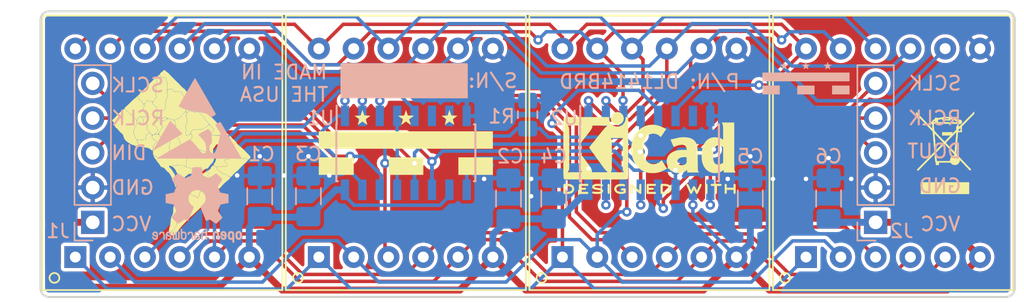
<source format=kicad_pcb>
(kicad_pcb (version 20171130) (host pcbnew 5.1.9+dfsg1-1~bpo10+1)
  (title_block (title "DL-1414 BOARD") (date 2020-07-25) (rev 0))
  (layers (0 F.Cu signal) (31 B.Cu signal) (34 B.Paste user) (35 F.Paste user) (36 B.SilkS user) (37 F.SilkS user) (38 B.Mask user) (39 F.Mask user) (44 Edge.Cuts user))
  (net 0 "")
  (net 1 GND)
  (net 2 +5V)
  (net 3 /DIN)
  (net 4 /SRCLK)
  (net 5 /RCLK)
  (net 6 /nOE)
  (net 7 /DOUT)
  (net 8 /nWR1)
  (net 9 /nWR2)
  (net 10 /nWR3)
  (net 11 /A0)
  (net 12 /A1)
  (net 13 /SER)
  (net 14 /nWR0)
  (net 15 /D0)
  (net 16 /D6)
  (net 17 /D5)
  (net 18 /D4)
  (net 19 /D3)
  (net 20 /D2)
  (net 21 /D1)
  (module Symbol:WEEE-Logo_4.2x6mm_SilkScreen (layer F.Cu) (at 173.99 105.41)
    (fp_text reference REF** hide)
    (fp_text value WEEE-Logo_4.2x6mm_SilkScreen hide)
  )
  (module Symbol:KiCad-Logo2_5mm_SilkScreen (layer F.Cu) (at 152.4 105.41)
    (fp_text reference REF** hide)
    (fp_text value KiCad-Logo2_5mm_SilkScreen hide)
  )
  (module User_PCB_Libraries:DCelectronics_logo2 (layer F.Cu) (at 134.62 105.41)
    (fp_text reference G*** hide)
    (fp_text value LOGO hide)
  )
  (module User_PCB_Libraries:DC_Diamond_small (layer F.Cu) (at 118.11 105.41)
    (fp_text reference G*** hide)
    (fp_text value LOGO hide)
  )
  (module User_PCB_Libraries:DL1414 (layer F.Cu) (at 128.27 113.03 90)
    (fp_text reference U4 hide)
    (fp_text value DL1414 hide)
    (pad 1 thru_hole rect (at 0 0 90) (size 1.6 1.6) (drill 0.8) (layers *.Cu *.Mask) (net 17 /D5))
    (pad 2 thru_hole circle (at 0 2.54 90) (size 1.6 1.6) (drill 0.8) (layers *.Cu *.Mask) (net 18 /D4))
    (pad 3 thru_hole circle (at 0 5.08 90) (size 1.6 1.6) (drill 0.8) (layers *.Cu *.Mask) (net 9 /nWR2))
    (pad 4 thru_hole circle (at 0 7.62 90) (size 1.6 1.6) (drill 0.8) (layers *.Cu *.Mask) (net 12 /A1))
    (pad 5 thru_hole circle (at 0 10.16 90) (size 1.6 1.6) (drill 0.8) (layers *.Cu *.Mask) (net 11 /A0))
    (pad 6 thru_hole circle (at 0 12.7 90) (size 1.6 1.6) (drill 0.8) (layers *.Cu *.Mask) (net 2 +5V))
    (pad 7 thru_hole circle (at 15.24 12.7 90) (size 1.6 1.6) (drill 0.8) (layers *.Cu *.Mask) (net 1 GND))
    (pad 8 thru_hole circle (at 15.24 10.16 90) (size 1.6 1.6) (drill 0.8) (layers *.Cu *.Mask) (net 15 /D0))
    (pad 9 thru_hole circle (at 15.24 7.62 90) (size 1.6 1.6) (drill 0.8) (layers *.Cu *.Mask) (net 21 /D1))
    (pad 10 thru_hole circle (at 15.24 5.08 90) (size 1.6 1.6) (drill 0.8) (layers *.Cu *.Mask) (net 20 /D2))
    (pad 11 thru_hole circle (at 15.24 2.54 90) (size 1.6 1.6) (drill 0.8) (layers *.Cu *.Mask) (net 19 /D3))
    (pad 12 thru_hole circle (at 15.24 0 90) (size 1.6 1.6) (drill 0.8) (layers *.Cu *.Mask) (net 16 /D6))
  )
  (module Capacitor_SMD:C_1206_3216Metric_Pad1.42x1.75mm_HandSolder (layer B.Cu) (at 123.952 108.585 90)
    (fp_text reference C1 (at 3.0845 0.127) (layer B.SilkS) (effects (justify mirror)))
    (fp_text value C)
    (pad 2 smd roundrect (at 1.4875 0 90) (size 1.425 1.75) (layers B.Cu B.Paste B.Mask) (roundrect_rratio 0.175439) (net 1 GND))
    (pad 1 smd roundrect (at -1.4875 0 90) (size 1.425 1.75) (layers B.Cu B.Paste B.Mask) (roundrect_rratio 0.175439) (net 2 +5V))
  )
  (module Capacitor_SMD:C_1206_3216Metric_Pad1.42x1.75mm_HandSolder (layer B.Cu) (at 127.508 108.585 90)
    (fp_text reference C3 (at 3.0845 0 180) (layer B.SilkS) (effects (justify mirror)))
    (fp_text value C)
    (pad 1 smd roundrect (at -1.4875 0 90) (size 1.425 1.75) (layers B.Cu B.Paste B.Mask) (roundrect_rratio 0.175439) (net 2 +5V))
    (pad 2 smd roundrect (at 1.4875 0 90) (size 1.425 1.75) (layers B.Cu B.Paste B.Mask) (roundrect_rratio 0.175439) (net 1 GND))
  )
  (module Capacitor_SMD:C_1206_3216Metric_Pad1.42x1.75mm_HandSolder (layer B.Cu) (at 142.113 108.7485 90)
    (fp_text reference C2 (at 3.0845 0.127 180) (layer B.SilkS) (effects (justify mirror)))
    (fp_text value C)
    (pad 1 smd roundrect (at -1.4875 0 90) (size 1.425 1.75) (layers B.Cu B.Paste B.Mask) (roundrect_rratio 0.175439) (net 2 +5V))
    (pad 2 smd roundrect (at 1.4875 0 90) (size 1.425 1.75) (layers B.Cu B.Paste B.Mask) (roundrect_rratio 0.175439) (net 1 GND))
  )
  (module Capacitor_SMD:C_1206_3216Metric_Pad1.42x1.75mm_HandSolder (layer B.Cu) (at 145.415 108.7485 90)
    (fp_text reference C4 (at 3.0845 0 180) (layer B.SilkS) (effects (justify mirror)))
    (fp_text value C)
    (pad 2 smd roundrect (at 1.4875 0 90) (size 1.425 1.75) (layers B.Cu B.Paste B.Mask) (roundrect_rratio 0.175439) (net 1 GND))
    (pad 1 smd roundrect (at -1.4875 0 90) (size 1.425 1.75) (layers B.Cu B.Paste B.Mask) (roundrect_rratio 0.175439) (net 2 +5V))
  )
  (module Capacitor_SMD:C_1206_3216Metric_Pad1.42x1.75mm_HandSolder (layer B.Cu) (at 159.766 108.7485 90)
    (fp_text reference C5 (at 3.0845 0 180) (layer B.SilkS) (effects (justify mirror)))
    (fp_text value C)
    (pad 1 smd roundrect (at -1.4875 0 90) (size 1.425 1.75) (layers B.Cu B.Paste B.Mask) (roundrect_rratio 0.175439) (net 2 +5V))
    (pad 2 smd roundrect (at 1.4875 0 90) (size 1.425 1.75) (layers B.Cu B.Paste B.Mask) (roundrect_rratio 0.175439) (net 1 GND))
  )
  (module Capacitor_SMD:C_1206_3216Metric_Pad1.42x1.75mm_HandSolder (layer B.Cu) (at 165.481 108.7485 90)
    (fp_text reference C6 (at 3.0845 0 180) (layer B.SilkS) (effects (justify mirror)))
    (fp_text value C)
    (pad 2 smd roundrect (at 1.4875 0 90) (size 1.425 1.75) (layers B.Cu B.Paste B.Mask) (roundrect_rratio 0.175439) (net 1 GND))
    (pad 1 smd roundrect (at -1.4875 0 90) (size 1.425 1.75) (layers B.Cu B.Paste B.Mask) (roundrect_rratio 0.175439) (net 2 +5V))
  )
  (module Resistor_SMD:R_0805_2012Metric_Pad1.15x1.40mm_HandSolder (layer B.Cu) (at 143.51 102.616 90)
    (fp_text reference R1 (at -0.127 -1.905) (layer B.SilkS) (effects (justify mirror)))
    (fp_text value R)
    (pad 2 smd roundrect (at 1.025 0 90) (size 1.15 1.4) (layers B.Cu B.Paste B.Mask) (roundrect_rratio 0.217391) (net 1 GND))
    (pad 1 smd roundrect (at -1.025 0 90) (size 1.15 1.4) (layers B.Cu B.Paste B.Mask) (roundrect_rratio 0.217391) (net 6 /nOE))
  )
  (module Package_SO:SOIC-16_3.9x9.9mm_P1.27mm (layer B.Cu) (at 134.62 105.41 270)
    (fp_text reference U1 (at -2.54 6.223) (layer B.SilkS) (effects (justify mirror)))
    (fp_text value 74HC595)
    (pad 1 smd rect (at -2.7 4.445 270) (size 1.5 0.6) (layers B.Cu B.Paste B.Mask) (net 12 /A1))
    (pad 2 smd rect (at -2.7 3.175 270) (size 1.5 0.6) (layers B.Cu B.Paste B.Mask) (net 14 /nWR0))
    (pad 3 smd rect (at -2.7 1.905 270) (size 1.5 0.6) (layers B.Cu B.Paste B.Mask) (net 8 /nWR1))
    (pad 4 smd rect (at -2.7 0.635 270) (size 1.5 0.6) (layers B.Cu B.Paste B.Mask) (net 9 /nWR2))
    (pad 5 smd rect (at -2.7 -0.635 270) (size 1.5 0.6) (layers B.Cu B.Paste B.Mask) (net 10 /nWR3))
    (pad 6 smd rect (at -2.7 -1.905 270) (size 1.5 0.6) (layers B.Cu B.Paste B.Mask))
    (pad 7 smd rect (at -2.7 -3.175 270) (size 1.5 0.6) (layers B.Cu B.Paste B.Mask))
    (pad 8 smd rect (at -2.7 -4.445 270) (size 1.5 0.6) (layers B.Cu B.Paste B.Mask) (net 1 GND))
    (pad 9 smd rect (at 2.7 -4.445 270) (size 1.5 0.6) (layers B.Cu B.Paste B.Mask) (net 13 /SER))
    (pad 10 smd rect (at 2.7 -3.175 270) (size 1.5 0.6) (layers B.Cu B.Paste B.Mask) (net 2 +5V))
    (pad 11 smd rect (at 2.7 -1.905 270) (size 1.5 0.6) (layers B.Cu B.Paste B.Mask) (net 4 /SRCLK))
    (pad 12 smd rect (at 2.7 -0.635 270) (size 1.5 0.6) (layers B.Cu B.Paste B.Mask) (net 5 /RCLK))
    (pad 13 smd rect (at 2.7 0.635 270) (size 1.5 0.6) (layers B.Cu B.Paste B.Mask) (net 6 /nOE))
    (pad 14 smd rect (at 2.7 1.905 270) (size 1.5 0.6) (layers B.Cu B.Paste B.Mask) (net 3 /DIN))
    (pad 15 smd rect (at 2.7 3.175 270) (size 1.5 0.6) (layers B.Cu B.Paste B.Mask) (net 11 /A0))
    (pad 16 smd rect (at 2.7 4.445 270) (size 1.5 0.6) (layers B.Cu B.Paste B.Mask) (net 2 +5V))
  )
  (module Package_SO:SOIC-16_3.9x9.9mm_P1.27mm (layer B.Cu) (at 152.4 105.41 270)
    (fp_text reference U2 (at -2.54 6.223) (layer B.SilkS) (effects (justify mirror)))
    (fp_text value 74HC595)
    (pad 16 smd rect (at 2.7 4.445 270) (size 1.5 0.6) (layers B.Cu B.Paste B.Mask) (net 2 +5V))
    (pad 15 smd rect (at 2.7 3.175 270) (size 1.5 0.6) (layers B.Cu B.Paste B.Mask) (net 15 /D0))
    (pad 14 smd rect (at 2.7 1.905 270) (size 1.5 0.6) (layers B.Cu B.Paste B.Mask) (net 13 /SER))
    (pad 13 smd rect (at 2.7 0.635 270) (size 1.5 0.6) (layers B.Cu B.Paste B.Mask) (net 6 /nOE))
    (pad 12 smd rect (at 2.7 -0.635 270) (size 1.5 0.6) (layers B.Cu B.Paste B.Mask) (net 5 /RCLK))
    (pad 11 smd rect (at 2.7 -1.905 270) (size 1.5 0.6) (layers B.Cu B.Paste B.Mask) (net 4 /SRCLK))
    (pad 10 smd rect (at 2.7 -3.175 270) (size 1.5 0.6) (layers B.Cu B.Paste B.Mask) (net 2 +5V))
    (pad 9 smd rect (at 2.7 -4.445 270) (size 1.5 0.6) (layers B.Cu B.Paste B.Mask) (net 7 /DOUT))
    (pad 8 smd rect (at -2.7 -4.445 270) (size 1.5 0.6) (layers B.Cu B.Paste B.Mask) (net 1 GND))
    (pad 7 smd rect (at -2.7 -3.175 270) (size 1.5 0.6) (layers B.Cu B.Paste B.Mask))
    (pad 6 smd rect (at -2.7 -1.905 270) (size 1.5 0.6) (layers B.Cu B.Paste B.Mask) (net 16 /D6))
    (pad 5 smd rect (at -2.7 -0.635 270) (size 1.5 0.6) (layers B.Cu B.Paste B.Mask) (net 17 /D5))
    (pad 4 smd rect (at -2.7 0.635 270) (size 1.5 0.6) (layers B.Cu B.Paste B.Mask) (net 18 /D4))
    (pad 3 smd rect (at -2.7 1.905 270) (size 1.5 0.6) (layers B.Cu B.Paste B.Mask) (net 19 /D3))
    (pad 2 smd rect (at -2.7 3.175 270) (size 1.5 0.6) (layers B.Cu B.Paste B.Mask) (net 20 /D2))
    (pad 1 smd rect (at -2.7 4.445 270) (size 1.5 0.6) (layers B.Cu B.Paste B.Mask) (net 21 /D1))
  )
  (module User_PCB_Libraries:DL1414 (layer F.Cu) (at 110.49 113.03 90)
    (fp_text reference U3 hide)
    (fp_text value DL1414 hide)
    (pad 12 thru_hole circle (at 15.24 0 90) (size 1.6 1.6) (drill 0.8) (layers *.Cu *.Mask) (net 16 /D6))
    (pad 11 thru_hole circle (at 15.24 2.54 90) (size 1.6 1.6) (drill 0.8) (layers *.Cu *.Mask) (net 19 /D3))
    (pad 10 thru_hole circle (at 15.24 5.08 90) (size 1.6 1.6) (drill 0.8) (layers *.Cu *.Mask) (net 20 /D2))
    (pad 9 thru_hole circle (at 15.24 7.62 90) (size 1.6 1.6) (drill 0.8) (layers *.Cu *.Mask) (net 21 /D1))
    (pad 8 thru_hole circle (at 15.24 10.16 90) (size 1.6 1.6) (drill 0.8) (layers *.Cu *.Mask) (net 15 /D0))
    (pad 7 thru_hole circle (at 15.24 12.7 90) (size 1.6 1.6) (drill 0.8) (layers *.Cu *.Mask) (net 1 GND))
    (pad 6 thru_hole circle (at 0 12.7 90) (size 1.6 1.6) (drill 0.8) (layers *.Cu *.Mask) (net 2 +5V))
    (pad 5 thru_hole circle (at 0 10.16 90) (size 1.6 1.6) (drill 0.8) (layers *.Cu *.Mask) (net 11 /A0))
    (pad 4 thru_hole circle (at 0 7.62 90) (size 1.6 1.6) (drill 0.8) (layers *.Cu *.Mask) (net 12 /A1))
    (pad 3 thru_hole circle (at 0 5.08 90) (size 1.6 1.6) (drill 0.8) (layers *.Cu *.Mask) (net 10 /nWR3))
    (pad 2 thru_hole circle (at 0 2.54 90) (size 1.6 1.6) (drill 0.8) (layers *.Cu *.Mask) (net 18 /D4))
    (pad 1 thru_hole rect (at 0 0 90) (size 1.6 1.6) (drill 0.8) (layers *.Cu *.Mask) (net 17 /D5))
  )
  (module User_PCB_Libraries:DL1414 (layer F.Cu) (at 146.05 113.03 90)
    (fp_text reference U5 hide)
    (fp_text value DL1414 hide)
    (pad 12 thru_hole circle (at 15.24 0 90) (size 1.6 1.6) (drill 0.8) (layers *.Cu *.Mask) (net 16 /D6))
    (pad 11 thru_hole circle (at 15.24 2.54 90) (size 1.6 1.6) (drill 0.8) (layers *.Cu *.Mask) (net 19 /D3))
    (pad 10 thru_hole circle (at 15.24 5.08 90) (size 1.6 1.6) (drill 0.8) (layers *.Cu *.Mask) (net 20 /D2))
    (pad 9 thru_hole circle (at 15.24 7.62 90) (size 1.6 1.6) (drill 0.8) (layers *.Cu *.Mask) (net 21 /D1))
    (pad 8 thru_hole circle (at 15.24 10.16 90) (size 1.6 1.6) (drill 0.8) (layers *.Cu *.Mask) (net 15 /D0))
    (pad 7 thru_hole circle (at 15.24 12.7 90) (size 1.6 1.6) (drill 0.8) (layers *.Cu *.Mask) (net 1 GND))
    (pad 6 thru_hole circle (at 0 12.7 90) (size 1.6 1.6) (drill 0.8) (layers *.Cu *.Mask) (net 2 +5V))
    (pad 5 thru_hole circle (at 0 10.16 90) (size 1.6 1.6) (drill 0.8) (layers *.Cu *.Mask) (net 11 /A0))
    (pad 4 thru_hole circle (at 0 7.62 90) (size 1.6 1.6) (drill 0.8) (layers *.Cu *.Mask) (net 12 /A1))
    (pad 3 thru_hole circle (at 0 5.08 90) (size 1.6 1.6) (drill 0.8) (layers *.Cu *.Mask) (net 8 /nWR1))
    (pad 2 thru_hole circle (at 0 2.54 90) (size 1.6 1.6) (drill 0.8) (layers *.Cu *.Mask) (net 18 /D4))
    (pad 1 thru_hole rect (at 0 0 90) (size 1.6 1.6) (drill 0.8) (layers *.Cu *.Mask) (net 17 /D5))
  )
  (module User_PCB_Libraries:DL1414 (layer F.Cu) (at 163.83 113.03 90)
    (fp_text reference U6 hide)
    (fp_text value DL1414 hide)
    (pad 1 thru_hole rect (at 0 0 90) (size 1.6 1.6) (drill 0.8) (layers *.Cu *.Mask) (net 17 /D5))
    (pad 2 thru_hole circle (at 0 2.54 90) (size 1.6 1.6) (drill 0.8) (layers *.Cu *.Mask) (net 18 /D4))
    (pad 3 thru_hole circle (at 0 5.08 90) (size 1.6 1.6) (drill 0.8) (layers *.Cu *.Mask) (net 14 /nWR0))
    (pad 4 thru_hole circle (at 0 7.62 90) (size 1.6 1.6) (drill 0.8) (layers *.Cu *.Mask) (net 12 /A1))
    (pad 5 thru_hole circle (at 0 10.16 90) (size 1.6 1.6) (drill 0.8) (layers *.Cu *.Mask) (net 11 /A0))
    (pad 6 thru_hole circle (at 0 12.7 90) (size 1.6 1.6) (drill 0.8) (layers *.Cu *.Mask) (net 2 +5V))
    (pad 7 thru_hole circle (at 15.24 12.7 90) (size 1.6 1.6) (drill 0.8) (layers *.Cu *.Mask) (net 1 GND))
    (pad 8 thru_hole circle (at 15.24 10.16 90) (size 1.6 1.6) (drill 0.8) (layers *.Cu *.Mask) (net 15 /D0))
    (pad 9 thru_hole circle (at 15.24 7.62 90) (size 1.6 1.6) (drill 0.8) (layers *.Cu *.Mask) (net 21 /D1))
    (pad 10 thru_hole circle (at 15.24 5.08 90) (size 1.6 1.6) (drill 0.8) (layers *.Cu *.Mask) (net 20 /D2))
    (pad 11 thru_hole circle (at 15.24 2.54 90) (size 1.6 1.6) (drill 0.8) (layers *.Cu *.Mask) (net 19 /D3))
    (pad 12 thru_hole circle (at 15.24 0 90) (size 1.6 1.6) (drill 0.8) (layers *.Cu *.Mask) (net 16 /D6))
  )
  (module Connector_PinHeader_2.54mm:PinHeader_1x05_P2.54mm_Vertical (layer B.Cu) (at 111.76 110.49)
    (fp_text reference J1 (at -2.54 0.635) (layer B.SilkS) (effects (justify mirror)))
    (fp_text value Conn_01x05_Male)
    (pad 5 thru_hole oval (at 0 -10.16) (size 1.7 1.7) (drill 1) (layers *.Cu *.Mask) (net 4 /SRCLK))
    (pad 4 thru_hole oval (at 0 -7.62) (size 1.7 1.7) (drill 1) (layers *.Cu *.Mask) (net 5 /RCLK))
    (pad 3 thru_hole oval (at 0 -5.08) (size 1.7 1.7) (drill 1) (layers *.Cu *.Mask) (net 3 /DIN))
    (pad 2 thru_hole oval (at 0 -2.54) (size 1.7 1.7) (drill 1) (layers *.Cu *.Mask) (net 1 GND))
    (pad 1 thru_hole rect (at 0 0) (size 1.7 1.7) (drill 1) (layers *.Cu *.Mask) (net 2 +5V))
  )
  (module Connector_PinHeader_2.54mm:PinHeader_1x05_P2.54mm_Vertical (layer B.Cu) (at 168.91 110.49)
    (fp_text reference J2 (at 1.905 0.635) (layer B.SilkS) (effects (justify mirror)))
    (fp_text value Conn_01x05_Male)
    (pad 1 thru_hole rect (at 0 0) (size 1.7 1.7) (drill 1) (layers *.Cu *.Mask) (net 2 +5V))
    (pad 2 thru_hole oval (at 0 -2.54) (size 1.7 1.7) (drill 1) (layers *.Cu *.Mask) (net 1 GND))
    (pad 3 thru_hole oval (at 0 -5.08) (size 1.7 1.7) (drill 1) (layers *.Cu *.Mask) (net 7 /DOUT))
    (pad 4 thru_hole oval (at 0 -7.62) (size 1.7 1.7) (drill 1) (layers *.Cu *.Mask) (net 5 /RCLK))
    (pad 5 thru_hole oval (at 0 -10.16) (size 1.7 1.7) (drill 1) (layers *.Cu *.Mask) (net 4 /SRCLK))
  )
  (module Symbol:OSHW-Logo2_7.3x6mm_SilkScreen (layer B.Cu) (at 119.38 109.22 180)
    (fp_text reference REF** hide)
    (fp_text value OSHW-Logo2_7.3x6mm_SilkScreen hide)
  )
  (module Symbol:ESD-Logo_6.6x6mm_SilkScreen (layer B.Cu) (at 119.38 102.87 180)
    (fp_text reference REF** hide)
    (fp_text value ESD-Logo_6.6x6mm_SilkScreen hide)
  )
  (module User_PCB_Libraries:DCelectronics_logo3 (layer B.Cu) (at 163.83 100.33 180)
    (fp_text reference G*** hide)
    (fp_text value LOGO hide)
  )
  (gr_arc (start 178.435 95.6945) (end 179.07 95.6945) (angle -90) (layer Edge.Cuts) (width 0.1524))
  (gr_arc (start 178.435 115.316) (end 178.435 115.951) (angle -90) (layer Edge.Cuts) (width 0.1524))
  (gr_arc (start 108.585 115.316) (end 107.95 115.316) (angle -90) (layer Edge.Cuts) (width 0.1524))
  (gr_arc (start 108.585 95.6945) (end 108.585 95.0595) (angle -90) (layer Edge.Cuts) (width 0.1524))
  (gr_text "MADE IN\nTHE USA" (at 125.73 100.33) (layer B.SilkS) (effects (font (size 1.016 1.016) (thickness 0.1524)) (justify mirror)))
  (gr_poly (pts (xy 139.065 101.346) (xy 129.921 101.346) (xy 129.921 98.933) (xy 139.065 98.933)) (layer B.SilkS) (width 0.15))
  (gr_text S/N: (at 140.97 100.1395) (layer B.SilkS) (effects (font (size 1.016 1.016) (thickness 0.1524)) (justify mirror)))
  (gr_text "P/N: DL1414BRD" (at 152.4 100.203) (layer B.SilkS) (effects (font (size 1.016 1.016) (thickness 0.1524)) (justify mirror)))
  (gr_text RCLK (at 175.26 102.87) (layer B.SilkS) (effects (font (size 1.016 1.016) (thickness 0.1524)) (justify left mirror)))
  (gr_text SCLK (at 175.26 100.33) (layer B.SilkS) (effects (font (size 1.016 1.016) (thickness 0.1524)) (justify left mirror)))
  (gr_text GND (at 175.26 107.823) (layer B.SilkS) (effects (font (size 1.016 1.016) (thickness 0.1524)) (justify left mirror)))
  (gr_text DOUT (at 175.26 105.283) (layer B.SilkS) (effects (font (size 1.016 1.016) (thickness 0.1524)) (justify left mirror)))
  (gr_text VCC (at 172.085 110.617) (layer B.SilkS) (effects (font (size 1.016 1.016) (thickness 0.1524)) (justify right mirror)))
  (gr_text DIN (at 113.03 105.41) (layer B.SilkS) (effects (font (size 1.016 1.016) (thickness 0.1524)) (justify right mirror)))
  (gr_text SCLK (at 113.03 100.457) (layer B.SilkS) (effects (font (size 1.016 1.016) (thickness 0.1524)) (justify right mirror)))
  (gr_text RCLK (at 113.03 102.87) (layer B.SilkS) (effects (font (size 1.016 1.016) (thickness 0.1524)) (justify right mirror)))
  (gr_text GND (at 113.03 107.95) (layer B.SilkS) (effects (font (size 1.016 1.016) (thickness 0.1524)) (justify right mirror)))
  (gr_text VCC (at 113.03 110.617) (layer B.SilkS) (effects (font (size 1.016 1.016) (thickness 0.1524)) (justify right mirror)))
  (gr_line (start 178.435 95.0595) (end 108.585 95.0595) (layer Edge.Cuts) (width 0.1524))
  (gr_line (start 179.07 115.316) (end 179.07 95.6945) (layer Edge.Cuts) (width 0.1524))
  (gr_line (start 108.585 115.951) (end 178.435 115.951) (layer Edge.Cuts) (width 0.1524))
  (gr_line (start 107.95 95.6945) (end 107.95 115.316) (layer Edge.Cuts) (width 0.1524))
  (via (at 143.764 107.315) (size 0.6858) (drill 0.3302) (layers F.Cu B.Cu) (net 1))
  (via (at 125.73 107.061) (size 0.6858) (drill 0.3302) (layers F.Cu B.Cu) (net 1))
  (via (at 140.335 107.315) (size 0.6858) (drill 0.3302) (layers F.Cu B.Cu) (net 1))
  (via (at 159.766 105.664) (size 0.6858) (drill 0.3302) (layers F.Cu B.Cu) (net 1))
  (via (at 161.417 107.315) (size 0.6858) (drill 0.3302) (layers F.Cu B.Cu) (net 1))
  (via (at 163.83 107.315) (size 0.6858) (drill 0.3302) (layers F.Cu B.Cu) (net 1))
  (via (at 165.481 105.791) (size 0.6858) (drill 0.3302) (layers F.Cu B.Cu) (net 1))
  (via (at 167.132 107.315) (size 0.6858) (drill 0.3302) (layers F.Cu B.Cu) (net 1))
  (via (at 158.115 107.315) (size 0.6858) (drill 0.3302) (layers F.Cu B.Cu) (net 1))
  (via (at 129.032 107.061) (size 0.6858) (drill 0.3302) (layers F.Cu B.Cu) (net 1))
  (via (at 123.952 105.664) (size 0.6858) (drill 0.3302) (layers F.Cu B.Cu) (net 1))
  (via (at 127.508 105.664) (size 0.6858) (drill 0.3302) (layers F.Cu B.Cu) (net 1))
  (via (at 122.301 107.061) (size 0.6858) (drill 0.3302) (layers F.Cu B.Cu) (net 1))
  (via (at 143.764 108.585) (size 0.6858) (drill 0.3302) (layers F.Cu B.Cu) (net 1))
  (via (at 147.955 106.553) (size 0.6858) (drill 0.3302) (layers F.Cu B.Cu) (net 1))
  (segment (start 140.97 111.379) (end 142.113 110.236) (width 0.508) (layer B.Cu) (net 2))
  (segment (start 140.97 113.03) (end 140.97 111.379) (width 0.508) (layer B.Cu) (net 2))
  (segment (start 142.113 110.236) (end 145.415 110.236) (width 0.508) (layer B.Cu) (net 2))
  (segment (start 145.829 110.236) (end 147.955 108.11) (width 0.508) (layer B.Cu) (net 2))
  (segment (start 145.415 110.236) (end 145.829 110.236) (width 0.508) (layer B.Cu) (net 2))
  (segment (start 138.557 115.443) (end 140.97 113.03) (width 0.508) (layer F.Cu) (net 2))
  (segment (start 123.19 113.03) (end 125.603 115.443) (width 0.508) (layer F.Cu) (net 2))
  (segment (start 125.603 115.443) (end 138.557 115.443) (width 0.508) (layer F.Cu) (net 2))
  (segment (start 143.383 115.443) (end 156.337 115.443) (width 0.508) (layer F.Cu) (net 2))
  (segment (start 140.97 113.03) (end 143.383 115.443) (width 0.508) (layer F.Cu) (net 2))
  (segment (start 156.337 115.443) (end 158.75 113.03) (width 0.508) (layer F.Cu) (net 2))
  (segment (start 174.117 115.443) (end 176.53 113.03) (width 0.508) (layer F.Cu) (net 2))
  (segment (start 161.163 115.443) (end 174.117 115.443) (width 0.508) (layer F.Cu) (net 2))
  (segment (start 158.75 113.03) (end 161.163 115.443) (width 0.508) (layer F.Cu) (net 2))
  (segment (start 155.575 108.077) (end 155.575 109.22) (width 0.254) (layer B.Cu) (net 2))
  (via (at 155.575 109.22) (size 0.6858) (drill 0.3302) (layers F.Cu B.Cu) (net 2))
  (segment (start 155.575 109.855) (end 158.75 113.03) (width 0.254) (layer B.Cu) (net 2))
  (segment (start 155.575 109.22) (end 155.575 109.855) (width 0.254) (layer B.Cu) (net 2))
  (segment (start 137.795 108.56) (end 137.795 108.11) (width 0.254) (layer B.Cu) (net 2))
  (segment (start 137.113999 109.241001) (end 137.795 108.56) (width 0.254) (layer B.Cu) (net 2))
  (segment (start 130.175 108.575802) (end 130.840199 109.241001) (width 0.254) (layer B.Cu) (net 2))
  (segment (start 130.840199 109.241001) (end 137.113999 109.241001) (width 0.254) (layer B.Cu) (net 2))
  (segment (start 130.175 108.11) (end 130.175 108.575802) (width 0.254) (layer B.Cu) (net 2))
  (segment (start 123.19 110.871) (end 123.19 113.03) (width 0.508) (layer B.Cu) (net 2))
  (segment (start 123.952 110.109) (end 123.19 110.871) (width 0.508) (layer B.Cu) (net 2))
  (segment (start 127.508 110.109) (end 123.952 110.109) (width 0.508) (layer B.Cu) (net 2))
  (segment (start 130.175 108.11) (end 129.507 108.11) (width 0.508) (layer B.Cu) (net 2))
  (segment (start 129.507 108.11) (end 127.508 110.109) (width 0.508) (layer B.Cu) (net 2))
  (segment (start 173.99 110.49) (end 168.91 110.49) (width 0.508) (layer F.Cu) (net 2))
  (segment (start 176.53 113.03) (end 173.99 110.49) (width 0.508) (layer F.Cu) (net 2))
  (segment (start 120.98021 115.23979) (end 123.19 113.03) (width 0.508) (layer F.Cu) (net 2))
  (segment (start 108.53421 113.588612) (end 110.185388 115.23979) (width 0.508) (layer F.Cu) (net 2))
  (segment (start 108.53421 111.08779) (end 108.53421 113.588612) (width 0.508) (layer F.Cu) (net 2))
  (segment (start 111.76 110.49) (end 109.132 110.49) (width 0.508) (layer F.Cu) (net 2))
  (segment (start 110.185388 115.23979) (end 120.98021 115.23979) (width 0.508) (layer F.Cu) (net 2))
  (segment (start 109.132 110.49) (end 108.53421 111.08779) (width 0.508) (layer F.Cu) (net 2))
  (segment (start 158.75 113.03) (end 159.766 112.014) (width 0.508) (layer B.Cu) (net 2))
  (segment (start 159.766 112.014) (end 159.766 110.236) (width 0.508) (layer B.Cu) (net 2))
  (segment (start 165.735 110.49) (end 165.481 110.236) (width 0.508) (layer B.Cu) (net 2))
  (segment (start 168.91 110.49) (end 165.735 110.49) (width 0.508) (layer B.Cu) (net 2))
  (via (at 130.556 105.664) (size 0.6858) (drill 0.3302) (layers F.Cu B.Cu) (net 3))
  (segment (start 132.842 107.061) (end 131.445 105.664) (width 0.254) (layer B.Cu) (net 3))
  (segment (start 132.715 108.11) (end 132.842 107.983) (width 0.254) (layer B.Cu) (net 3))
  (segment (start 131.445 105.664) (end 130.556 105.664) (width 0.254) (layer B.Cu) (net 3))
  (segment (start 132.842 107.983) (end 132.842 107.061) (width 0.254) (layer B.Cu) (net 3))
  (segment (start 130.071067 105.664) (end 130.556 105.664) (width 0.254) (layer F.Cu) (net 3))
  (segment (start 129.373128 105.664) (end 130.071067 105.664) (width 0.254) (layer F.Cu) (net 3))
  (segment (start 127.087128 103.378) (end 129.373128 105.664) (width 0.254) (layer F.Cu) (net 3))
  (segment (start 113.792 103.378) (end 127.087128 103.378) (width 0.254) (layer F.Cu) (net 3))
  (segment (start 111.76 105.41) (end 113.792 103.378) (width 0.254) (layer F.Cu) (net 3))
  (segment (start 154.305 108.11) (end 154.305 106.680008) (width 0.254) (layer B.Cu) (net 4))
  (via (at 154.305 106.680008) (size 0.6858) (drill 0.3302) (layers F.Cu B.Cu) (net 4))
  (segment (start 151.271888 106.680008) (end 154.305 106.680008) (width 0.254) (layer B.Cu) (net 4))
  (segment (start 136.525 108.11) (end 136.525 106.045) (width 0.254) (layer B.Cu) (net 4))
  (segment (start 149.874884 105.283004) (end 151.271888 106.680008) (width 0.254) (layer B.Cu) (net 4))
  (segment (start 137.286996 105.283004) (end 149.874884 105.283004) (width 0.254) (layer B.Cu) (net 4))
  (segment (start 136.525 106.045) (end 137.286996 105.283004) (width 0.254) (layer B.Cu) (net 4))
  (via (at 136.524996 106.045) (size 0.6858) (drill 0.3302) (layers F.Cu B.Cu) (net 4))
  (segment (start 136.524996 108.076996) (end 136.524996 106.045) (width 0.254) (layer B.Cu) (net 4))
  (segment (start 136.525 108.077) (end 136.524996 108.076996) (width 0.254) (layer B.Cu) (net 4))
  (segment (start 158.623008 102.362) (end 154.305 106.680008) (width 0.254) (layer F.Cu) (net 4))
  (segment (start 166.878 102.362) (end 158.623008 102.362) (width 0.254) (layer F.Cu) (net 4))
  (segment (start 168.91 100.33) (end 166.878 102.362) (width 0.254) (layer F.Cu) (net 4))
  (segment (start 136.182097 105.702101) (end 136.524996 106.045) (width 0.254) (layer F.Cu) (net 4))
  (segment (start 111.76 100.33) (end 113.792 102.362) (width 0.254) (layer F.Cu) (net 4))
  (segment (start 113.792 102.362) (end 127.508 102.362) (width 0.254) (layer F.Cu) (net 4))
  (segment (start 129.286 104.14) (end 134.619996 104.14) (width 0.254) (layer F.Cu) (net 4))
  (segment (start 127.508 102.362) (end 129.286 104.14) (width 0.254) (layer F.Cu) (net 4))
  (segment (start 134.619996 104.14) (end 136.182097 105.702101) (width 0.254) (layer F.Cu) (net 4))
  (via (at 135.255 106.171998) (size 0.6858) (drill 0.3302) (layers F.Cu B.Cu) (net 5))
  (segment (start 135.255 108.077) (end 135.255 106.171998) (width 0.254) (layer B.Cu) (net 5))
  (via (at 157.099 105.156) (size 0.6858) (drill 0.3302) (layers F.Cu B.Cu) (net 5))
  (segment (start 153.658665 106.056335) (end 154.559 105.156) (width 0.254) (layer B.Cu) (net 5))
  (segment (start 151.366651 106.056335) (end 153.658665 106.056335) (width 0.254) (layer B.Cu) (net 5))
  (segment (start 154.559 105.156) (end 156.614067 105.156) (width 0.254) (layer B.Cu) (net 5))
  (segment (start 156.614067 105.156) (end 157.099 105.156) (width 0.254) (layer B.Cu) (net 5))
  (segment (start 135.255 105.41) (end 135.890007 104.774993) (width 0.254) (layer B.Cu) (net 5))
  (segment (start 135.890007 104.774993) (end 150.085309 104.774993) (width 0.254) (layer B.Cu) (net 5))
  (segment (start 150.085309 104.774993) (end 151.366651 106.056335) (width 0.254) (layer B.Cu) (net 5))
  (segment (start 135.255 108.11) (end 135.255 105.41) (width 0.254) (layer B.Cu) (net 5))
  (via (at 153.416012 109.474) (size 0.6858) (drill 0.3302) (layers F.Cu B.Cu) (net 5))
  (segment (start 153.416012 108.838988) (end 153.416012 108.989067) (width 0.254) (layer F.Cu) (net 5))
  (segment (start 153.416012 108.989067) (end 153.416012 109.474) (width 0.254) (layer F.Cu) (net 5))
  (segment (start 157.099 105.156) (end 153.416012 108.838988) (width 0.254) (layer F.Cu) (net 5))
  (segment (start 153.073113 109.131101) (end 153.416012 109.474) (width 0.254) (layer B.Cu) (net 5))
  (segment (start 153.035 109.092988) (end 153.073113 109.131101) (width 0.254) (layer B.Cu) (net 5))
  (segment (start 153.035 108.077) (end 153.035 109.092988) (width 0.254) (layer B.Cu) (net 5))
  (segment (start 168.91 102.87) (end 159.385 102.87) (width 0.254) (layer F.Cu) (net 5))
  (segment (start 157.441899 104.813101) (end 157.099 105.156) (width 0.254) (layer F.Cu) (net 5))
  (segment (start 159.385 102.87) (end 157.441899 104.813101) (width 0.254) (layer F.Cu) (net 5))
  (segment (start 129.075564 104.648) (end 133.731002 104.648) (width 0.254) (layer F.Cu) (net 5))
  (segment (start 134.912101 105.829099) (end 135.255 106.171998) (width 0.254) (layer F.Cu) (net 5))
  (segment (start 111.76 102.87) (end 127.297564 102.87) (width 0.254) (layer F.Cu) (net 5))
  (segment (start 133.731002 104.648) (end 134.912101 105.829099) (width 0.254) (layer F.Cu) (net 5))
  (segment (start 127.297564 102.87) (end 129.075564 104.648) (width 0.254) (layer F.Cu) (net 5))
  (segment (start 151.765 108.077) (end 151.765 109.22) (width 0.254) (layer B.Cu) (net 6))
  (via (at 151.765 109.22) (size 0.6858) (drill 0.3302) (layers F.Cu B.Cu) (net 6))
  (segment (start 151.765 108.11) (end 151.765 107.66) (width 0.254) (layer B.Cu) (net 6))
  (segment (start 151.765 105.38331) (end 151.714124 105.332434) (width 0.254) (layer F.Cu) (net 6))
  (segment (start 151.765 109.22) (end 151.765 105.38331) (width 0.254) (layer F.Cu) (net 6))
  (via (at 151.714124 105.332434) (size 0.6858) (drill 0.3302) (layers F.Cu B.Cu) (net 6))
  (segment (start 151.632058 105.332434) (end 151.714124 105.332434) (width 0.254) (layer B.Cu) (net 6))
  (segment (start 145.031372 104.264372) (end 150.563996 104.264372) (width 0.254) (layer B.Cu) (net 6))
  (segment (start 144.399 103.632) (end 145.031372 104.264372) (width 0.254) (layer B.Cu) (net 6))
  (segment (start 150.563996 104.264372) (end 151.632058 105.332434) (width 0.254) (layer B.Cu) (net 6))
  (segment (start 143.51 103.505) (end 143.637 103.632) (width 0.254) (layer B.Cu) (net 6))
  (segment (start 143.637 103.632) (end 144.399 103.632) (width 0.254) (layer B.Cu) (net 6))
  (segment (start 142.739 103.641) (end 143.51 103.641) (width 0.254) (layer B.Cu) (net 6))
  (segment (start 142.201903 104.178097) (end 142.739 103.641) (width 0.254) (layer B.Cu) (net 6))
  (segment (start 134.962903 104.178097) (end 142.201903 104.178097) (width 0.254) (layer B.Cu) (net 6))
  (segment (start 133.985 108.11) (end 133.985 105.156) (width 0.254) (layer B.Cu) (net 6))
  (segment (start 133.985 105.156) (end 134.962903 104.178097) (width 0.254) (layer B.Cu) (net 6))
  (via (at 156.845 109.22) (size 0.6858) (drill 0.3302) (layers F.Cu B.Cu) (net 7))
  (segment (start 156.845 108.11) (end 156.845 109.22) (width 0.254) (layer B.Cu) (net 7))
  (segment (start 166.878 103.378) (end 168.91 105.41) (width 0.254) (layer F.Cu) (net 7))
  (segment (start 160.02 103.378) (end 166.878 103.378) (width 0.254) (layer F.Cu) (net 7))
  (segment (start 156.845 109.22) (end 156.845 106.553) (width 0.254) (layer F.Cu) (net 7))
  (segment (start 156.845 106.553) (end 160.02 103.378) (width 0.254) (layer F.Cu) (net 7))
  (segment (start 132.715 102.743) (end 132.715 101.6) (width 0.254) (layer B.Cu) (net 8))
  (via (at 132.715 101.6) (size 0.6858) (drill 0.3302) (layers F.Cu B.Cu) (net 8))
  (segment (start 134.62 101.219) (end 133.096 101.219) (width 0.254) (layer F.Cu) (net 8))
  (segment (start 133.096 101.219) (end 132.715 101.6) (width 0.254) (layer F.Cu) (net 8))
  (segment (start 134.366 101.219) (end 134.62 101.219) (width 0.254) (layer F.Cu) (net 8))
  (segment (start 149.86 111.76) (end 151.13 113.03) (width 0.254) (layer F.Cu) (net 8))
  (segment (start 148.209 111.76) (end 149.86 111.76) (width 0.254) (layer F.Cu) (net 8))
  (segment (start 146.558 110.109) (end 148.209 111.76) (width 0.254) (layer F.Cu) (net 8))
  (segment (start 146.558 103.378) (end 144.399 101.219) (width 0.254) (layer F.Cu) (net 8))
  (segment (start 144.399 101.219) (end 143.764 101.219) (width 0.254) (layer F.Cu) (net 8))
  (segment (start 134.62 101.219) (end 143.764 101.219) (width 0.254) (layer F.Cu) (net 8))
  (segment (start 146.558 103.378) (end 146.558 110.109) (width 0.254) (layer F.Cu) (net 8))
  (via (at 133.096 106.172) (size 0.6858) (drill 0.3302) (layers F.Cu B.Cu) (net 9))
  (segment (start 133.096 112.776) (end 133.35 113.03) (width 0.254) (layer F.Cu) (net 9))
  (segment (start 133.096 106.172) (end 133.096 112.776) (width 0.254) (layer F.Cu) (net 9))
  (segment (start 133.096 104.902) (end 133.096 106.172) (width 0.254) (layer B.Cu) (net 9))
  (segment (start 133.985 102.71) (end 133.985 104.013) (width 0.254) (layer B.Cu) (net 9))
  (segment (start 133.985 104.013) (end 133.096 104.902) (width 0.254) (layer B.Cu) (net 9))
  (segment (start 135.255 102.71) (end 135.255 103.16) (width 0.254) (layer B.Cu) (net 10))
  (segment (start 133.871099 100.876099) (end 135.255 102.26) (width 0.254) (layer B.Cu) (net 10))
  (segment (start 135.255 102.26) (end 135.255 102.71) (width 0.254) (layer B.Cu) (net 10))
  (segment (start 115.57 113.03) (end 119.634 108.966) (width 0.254) (layer B.Cu) (net 10))
  (segment (start 119.634 106.342566) (end 122.471566 103.505) (width 0.254) (layer B.Cu) (net 10))
  (segment (start 119.634 108.966) (end 119.634 106.342566) (width 0.254) (layer B.Cu) (net 10))
  (segment (start 122.471566 103.505) (end 127.127 103.505) (width 0.254) (layer B.Cu) (net 10))
  (segment (start 127.127 103.505) (end 129.755901 100.876099) (width 0.254) (layer B.Cu) (net 10))
  (segment (start 129.755901 100.876099) (end 133.871099 100.876099) (width 0.254) (layer B.Cu) (net 10))
  (segment (start 131.445 108.11) (end 131.445 108.56) (width 0.254) (layer B.Cu) (net 11))
  (segment (start 144.495871 114.807989) (end 154.432011 114.807989) (width 0.254) (layer F.Cu) (net 11))
  (segment (start 138.43 113.03) (end 139.7 111.76) (width 0.254) (layer F.Cu) (net 11))
  (segment (start 139.7 111.76) (end 141.447882 111.76) (width 0.254) (layer F.Cu) (net 11))
  (segment (start 141.447882 111.76) (end 144.495871 114.807989) (width 0.254) (layer F.Cu) (net 11))
  (segment (start 154.432011 114.807989) (end 156.21 113.03) (width 0.254) (layer F.Cu) (net 11))
  (segment (start 162.432989 114.807989) (end 172.212011 114.807989) (width 0.254) (layer F.Cu) (net 11))
  (segment (start 172.212011 114.807989) (end 173.99 113.03) (width 0.254) (layer F.Cu) (net 11))
  (segment (start 159.473999 111.848999) (end 162.432989 114.807989) (width 0.254) (layer F.Cu) (net 11))
  (segment (start 156.21 113.03) (end 157.391001 111.848999) (width 0.254) (layer F.Cu) (net 11))
  (segment (start 157.391001 111.848999) (end 159.473999 111.848999) (width 0.254) (layer F.Cu) (net 11))
  (segment (start 120.65 113.03) (end 121.831001 111.848999) (width 0.254) (layer F.Cu) (net 11))
  (segment (start 123.913999 111.848999) (end 126.873 114.808) (width 0.254) (layer F.Cu) (net 11))
  (segment (start 121.831001 111.848999) (end 123.913999 111.848999) (width 0.254) (layer F.Cu) (net 11))
  (segment (start 126.873 114.808) (end 136.652 114.808) (width 0.254) (layer F.Cu) (net 11))
  (segment (start 136.652 114.808) (end 138.43 113.03) (width 0.254) (layer F.Cu) (net 11))
  (segment (start 120.65 106.763438) (end 122.892418 104.52102) (width 0.254) (layer B.Cu) (net 11))
  (segment (start 131.445 107.66) (end 131.445 108.11) (width 0.254) (layer B.Cu) (net 11))
  (segment (start 120.65 113.03) (end 120.65 106.763438) (width 0.254) (layer B.Cu) (net 11))
  (segment (start 122.892418 104.52102) (end 128.30602 104.52102) (width 0.254) (layer B.Cu) (net 11))
  (segment (start 128.30602 104.52102) (end 131.445 107.66) (width 0.254) (layer B.Cu) (net 11))
  (via (at 130.175006 101.6) (size 0.6858) (drill 0.3302) (layers F.Cu B.Cu) (net 12))
  (segment (start 130.175 102.71) (end 130.175 101.600006) (width 0.254) (layer B.Cu) (net 12))
  (segment (start 130.175 101.600006) (end 130.175006 101.6) (width 0.254) (layer B.Cu) (net 12))
  (segment (start 152.400022 114.299978) (end 153.67 113.03) (width 0.254) (layer F.Cu) (net 12))
  (segment (start 135.89 113.03) (end 137.668 111.252) (width 0.254) (layer F.Cu) (net 12))
  (segment (start 145.034176 114.299978) (end 152.400022 114.299978) (width 0.254) (layer F.Cu) (net 12))
  (segment (start 141.986198 111.252) (end 145.034176 114.299978) (width 0.254) (layer F.Cu) (net 12))
  (segment (start 137.668 111.252) (end 141.986198 111.252) (width 0.254) (layer F.Cu) (net 12))
  (segment (start 155.359012 111.340988) (end 153.67 113.03) (width 0.254) (layer F.Cu) (net 12))
  (segment (start 159.684424 111.340988) (end 155.359012 111.340988) (width 0.254) (layer F.Cu) (net 12))
  (segment (start 162.643414 114.299978) (end 159.684424 111.340988) (width 0.254) (layer F.Cu) (net 12))
  (segment (start 171.45 113.03) (end 170.180022 114.299978) (width 0.254) (layer F.Cu) (net 12))
  (segment (start 170.180022 114.299978) (end 162.643414 114.299978) (width 0.254) (layer F.Cu) (net 12))
  (segment (start 134.620011 114.299989) (end 135.89 113.03) (width 0.254) (layer F.Cu) (net 12))
  (segment (start 127.083425 114.299989) (end 134.620011 114.299989) (width 0.254) (layer F.Cu) (net 12))
  (segment (start 124.124425 111.340989) (end 127.083425 114.299989) (width 0.254) (layer F.Cu) (net 12))
  (segment (start 118.11 113.03) (end 119.799011 111.340989) (width 0.254) (layer F.Cu) (net 12))
  (segment (start 119.799011 111.340989) (end 124.124425 111.340989) (width 0.254) (layer F.Cu) (net 12))
  (segment (start 129.621 102.71) (end 130.175 102.71) (width 0.254) (layer B.Cu) (net 12))
  (segment (start 120.142 106.553002) (end 122.681991 104.013011) (width 0.254) (layer B.Cu) (net 12))
  (segment (start 122.681991 104.013011) (end 128.317989 104.013011) (width 0.254) (layer B.Cu) (net 12))
  (segment (start 120.142 110.998) (end 120.142 106.553002) (width 0.254) (layer B.Cu) (net 12))
  (segment (start 118.11 113.03) (end 120.142 110.998) (width 0.254) (layer B.Cu) (net 12))
  (segment (start 128.317989 104.013011) (end 129.621 102.71) (width 0.254) (layer B.Cu) (net 12))
  (segment (start 149.606011 105.791011) (end 150.495 106.68) (width 0.254) (layer B.Cu) (net 13))
  (segment (start 139.699989 105.791011) (end 149.606011 105.791011) (width 0.254) (layer B.Cu) (net 13))
  (segment (start 150.495 106.68) (end 150.495 108.11) (width 0.254) (layer B.Cu) (net 13))
  (segment (start 139.065 108.11) (end 139.065 106.426) (width 0.254) (layer B.Cu) (net 13))
  (segment (start 139.065 106.426) (end 139.699989 105.791011) (width 0.254) (layer B.Cu) (net 13))
  (via (at 131.445 101.6) (size 0.6858) (drill 0.3302) (layers F.Cu B.Cu) (net 14))
  (segment (start 131.445 102.743) (end 131.445 101.6) (width 0.254) (layer B.Cu) (net 14))
  (segment (start 166.712977 110.832977) (end 168.91 113.03) (width 0.254) (layer F.Cu) (net 14))
  (segment (start 154.978003 110.832977) (end 166.712977 110.832977) (width 0.254) (layer F.Cu) (net 14))
  (segment (start 150.11399 111.25199) (end 150.622 111.76) (width 0.254) (layer F.Cu) (net 14))
  (segment (start 150.622 111.76) (end 154.05098 111.76) (width 0.254) (layer F.Cu) (net 14))
  (segment (start 148.58999 111.25199) (end 150.11399 111.25199) (width 0.254) (layer F.Cu) (net 14))
  (segment (start 147.066 109.728) (end 148.58999 111.25199) (width 0.254) (layer F.Cu) (net 14))
  (segment (start 131.445 101.6) (end 132.33401 100.71099) (width 0.254) (layer F.Cu) (net 14))
  (segment (start 144.609424 100.71099) (end 147.066009 103.167575) (width 0.254) (layer F.Cu) (net 14))
  (segment (start 132.33401 100.71099) (end 144.609424 100.71099) (width 0.254) (layer F.Cu) (net 14))
  (segment (start 147.066009 104.012991) (end 147.066 104.013) (width 0.254) (layer F.Cu) (net 14))
  (segment (start 154.05098 111.76) (end 154.978003 110.832977) (width 0.254) (layer F.Cu) (net 14))
  (segment (start 147.066009 103.167575) (end 147.066009 104.012991) (width 0.254) (layer F.Cu) (net 14))
  (segment (start 147.066 104.013) (end 147.066 109.728) (width 0.254) (layer F.Cu) (net 14))
  (segment (start 149.225 108.077) (end 149.225 109.22) (width 0.254) (layer B.Cu) (net 15))
  (via (at 149.225 109.22) (size 0.6858) (drill 0.3302) (layers F.Cu B.Cu) (net 15))
  (segment (start 155.410001 99.264871) (end 155.410001 98.589999) (width 0.254) (layer F.Cu) (net 15))
  (segment (start 149.225 105.449872) (end 155.410001 99.264871) (width 0.254) (layer F.Cu) (net 15))
  (segment (start 149.225 109.22) (end 149.225 105.449872) (width 0.254) (layer F.Cu) (net 15))
  (segment (start 155.410001 98.589999) (end 156.21 97.79) (width 0.254) (layer F.Cu) (net 15))
  (segment (start 127.165011 99.479011) (end 136.740989 99.479011) (width 0.254) (layer B.Cu) (net 15))
  (segment (start 136.740989 99.479011) (end 138.43 97.79) (width 0.254) (layer B.Cu) (net 15))
  (segment (start 120.65 97.79) (end 121.831001 96.608999) (width 0.254) (layer B.Cu) (net 15))
  (segment (start 124.294999 96.608999) (end 127.165011 99.479011) (width 0.254) (layer B.Cu) (net 15))
  (segment (start 121.831001 96.608999) (end 124.294999 96.608999) (width 0.254) (layer B.Cu) (net 15))
  (segment (start 154.432 99.568) (end 156.21 97.79) (width 0.254) (layer B.Cu) (net 15))
  (segment (start 144.495882 99.568) (end 154.432 99.568) (width 0.254) (layer B.Cu) (net 15))
  (segment (start 141.536881 96.608999) (end 144.495882 99.568) (width 0.254) (layer B.Cu) (net 15))
  (segment (start 139.611001 96.608999) (end 141.536881 96.608999) (width 0.254) (layer B.Cu) (net 15))
  (segment (start 138.43 97.79) (end 139.611001 96.608999) (width 0.254) (layer B.Cu) (net 15))
  (segment (start 170.18 101.6) (end 173.190001 98.589999) (width 0.254) (layer B.Cu) (net 15))
  (segment (start 173.190001 98.589999) (end 173.99 97.79) (width 0.254) (layer B.Cu) (net 15))
  (segment (start 164.635566 101.6) (end 170.18 101.6) (width 0.254) (layer B.Cu) (net 15))
  (segment (start 159.504797 96.469231) (end 164.635566 101.6) (width 0.254) (layer B.Cu) (net 15))
  (segment (start 156.21 97.79) (end 157.530769 96.469231) (width 0.254) (layer B.Cu) (net 15))
  (segment (start 157.530769 96.469231) (end 159.504797 96.469231) (width 0.254) (layer B.Cu) (net 15))
  (segment (start 126.492 96.012) (end 128.27 97.79) (width 0.254) (layer F.Cu) (net 16))
  (segment (start 110.49 97.79) (end 112.268 96.012) (width 0.254) (layer F.Cu) (net 16))
  (segment (start 112.268 96.012) (end 126.492 96.012) (width 0.254) (layer F.Cu) (net 16))
  (segment (start 147.828 96.012) (end 162.052 96.012) (width 0.254) (layer F.Cu) (net 16))
  (segment (start 146.05 97.79) (end 147.828 96.012) (width 0.254) (layer F.Cu) (net 16))
  (segment (start 162.052 96.012) (end 163.83 97.79) (width 0.254) (layer F.Cu) (net 16))
  (segment (start 130.048 96.012) (end 128.27 97.79) (width 0.254) (layer F.Cu) (net 16))
  (segment (start 145.104245 96.012) (end 130.048 96.012) (width 0.254) (layer F.Cu) (net 16))
  (segment (start 146.05 97.79) (end 146.05 96.957755) (width 0.254) (layer F.Cu) (net 16))
  (segment (start 146.05 96.957755) (end 145.104245 96.012) (width 0.254) (layer F.Cu) (net 16))
  (segment (start 163.83 97.79) (end 161.163 100.457) (width 0.254) (layer F.Cu) (net 16))
  (segment (start 154.305 102.71) (end 154.305 102.26) (width 0.254) (layer B.Cu) (net 16))
  (segment (start 159.916067 100.457) (end 160.401 100.457) (width 0.254) (layer B.Cu) (net 16))
  (segment (start 154.305 102.26) (end 156.108 100.457) (width 0.254) (layer B.Cu) (net 16))
  (segment (start 156.108 100.457) (end 159.916067 100.457) (width 0.254) (layer B.Cu) (net 16))
  (via (at 160.401 100.457) (size 0.6858) (drill 0.3302) (layers F.Cu B.Cu) (net 16))
  (segment (start 161.163 100.457) (end 160.885933 100.457) (width 0.254) (layer F.Cu) (net 16))
  (segment (start 160.885933 100.457) (end 160.401 100.457) (width 0.254) (layer F.Cu) (net 16))
  (segment (start 153.035 102.743) (end 153.035 102.084933) (width 0.254) (layer B.Cu) (net 17))
  (segment (start 146.05 104.013) (end 145.288 103.251) (width 0.254) (layer F.Cu) (net 17))
  (via (at 145.288 103.251) (size 0.6858) (drill 0.3302) (layers F.Cu B.Cu) (net 17))
  (segment (start 146.05 113.03) (end 146.05 104.013) (width 0.254) (layer F.Cu) (net 17))
  (segment (start 143.71321 115.36679) (end 146.05 113.03) (width 0.254) (layer B.Cu) (net 17))
  (segment (start 128.27 113.03) (end 130.60679 115.36679) (width 0.254) (layer B.Cu) (net 17))
  (segment (start 130.60679 115.36679) (end 143.71321 115.36679) (width 0.254) (layer B.Cu) (net 17))
  (segment (start 125.93321 115.36679) (end 128.27 113.03) (width 0.254) (layer B.Cu) (net 17))
  (segment (start 110.49 113.03) (end 112.82679 115.36679) (width 0.254) (layer B.Cu) (net 17))
  (segment (start 112.82679 115.36679) (end 125.93321 115.36679) (width 0.254) (layer B.Cu) (net 17))
  (segment (start 161.49321 115.36679) (end 163.83 113.03) (width 0.254) (layer B.Cu) (net 17))
  (segment (start 146.05 113.03) (end 148.38679 115.36679) (width 0.254) (layer B.Cu) (net 17))
  (segment (start 148.38679 115.36679) (end 161.49321 115.36679) (width 0.254) (layer B.Cu) (net 17))
  (segment (start 147.193 100.838) (end 145.288 102.743) (width 0.254) (layer B.Cu) (net 17))
  (segment (start 151.638 100.838) (end 147.193 100.838) (width 0.254) (layer B.Cu) (net 17))
  (segment (start 145.288 102.743) (end 145.288 103.251) (width 0.254) (layer B.Cu) (net 17))
  (segment (start 153.035 102.71) (end 153.035 102.235) (width 0.254) (layer B.Cu) (net 17))
  (segment (start 153.035 102.235) (end 151.638 100.838) (width 0.254) (layer B.Cu) (net 17))
  (segment (start 151.765 102.743) (end 151.765002 102.742998) (width 0.254) (layer B.Cu) (net 18))
  (segment (start 151.765002 102.742998) (end 151.765002 102.084933) (width 0.254) (layer B.Cu) (net 18))
  (segment (start 151.765 102.677) (end 151.765 104.140006) (width 0.254) (layer B.Cu) (net 18))
  (via (at 151.765 104.140006) (size 0.6858) (drill 0.3302) (layers F.Cu B.Cu) (net 18))
  (segment (start 130.81 113.03) (end 129.617521 111.837521) (width 0.254) (layer B.Cu) (net 18))
  (segment (start 129.617521 111.837521) (end 127.508 111.837521) (width 0.254) (layer B.Cu) (net 18))
  (segment (start 127.508 111.837521) (end 127.303479 111.837521) (width 0.254) (layer B.Cu) (net 18))
  (segment (start 127.176479 111.837521) (end 127.508 111.837521) (width 0.254) (layer B.Cu) (net 18))
  (segment (start 124.155221 114.858779) (end 127.176479 111.837521) (width 0.254) (layer B.Cu) (net 18))
  (segment (start 113.03 113.03) (end 114.858779 114.858779) (width 0.254) (layer B.Cu) (net 18))
  (segment (start 114.858779 114.858779) (end 124.155221 114.858779) (width 0.254) (layer B.Cu) (net 18))
  (segment (start 159.842221 114.858779) (end 150.418779 114.858779) (width 0.254) (layer B.Cu) (net 18))
  (segment (start 162.852001 111.848999) (end 159.842221 114.858779) (width 0.254) (layer B.Cu) (net 18))
  (segment (start 150.418779 114.858779) (end 148.59 113.03) (width 0.254) (layer B.Cu) (net 18))
  (segment (start 165.188999 111.848999) (end 162.852001 111.848999) (width 0.254) (layer B.Cu) (net 18))
  (segment (start 166.37 113.03) (end 165.188999 111.848999) (width 0.254) (layer B.Cu) (net 18))
  (via (at 150.749 109.728) (size 0.6858) (drill 0.3302) (layers F.Cu B.Cu) (net 18))
  (segment (start 151.765 104.140006) (end 150.749 105.156006) (width 0.254) (layer F.Cu) (net 18))
  (segment (start 150.749 109.243067) (end 150.749 109.728) (width 0.254) (layer F.Cu) (net 18))
  (segment (start 150.749 105.156006) (end 150.749 109.243067) (width 0.254) (layer F.Cu) (net 18))
  (segment (start 150.749 109.728) (end 150.241 109.728) (width 0.254) (layer B.Cu) (net 18))
  (segment (start 148.59 111.379) (end 148.59 113.03) (width 0.254) (layer B.Cu) (net 18))
  (segment (start 150.241 109.728) (end 148.59 111.379) (width 0.254) (layer B.Cu) (net 18))
  (segment (start 147.32 111.76) (end 148.59 113.03) (width 0.254) (layer B.Cu) (net 18))
  (segment (start 145.034198 111.76) (end 147.32 111.76) (width 0.254) (layer B.Cu) (net 18))
  (segment (start 141.935419 114.858779) (end 145.034198 111.76) (width 0.254) (layer B.Cu) (net 18))
  (segment (start 130.81 113.03) (end 132.638779 114.858779) (width 0.254) (layer B.Cu) (net 18))
  (segment (start 132.638779 114.858779) (end 141.935419 114.858779) (width 0.254) (layer B.Cu) (net 18))
  (segment (start 166.37 97.79) (end 165.138101 96.558101) (width 0.254) (layer B.Cu) (net 19))
  (segment (start 162.648899 96.558101) (end 162.052 97.155) (width 0.254) (layer B.Cu) (net 19))
  (via (at 162.052 97.155) (size 0.6858) (drill 0.3302) (layers F.Cu B.Cu) (net 19))
  (segment (start 165.138101 96.558101) (end 162.648899 96.558101) (width 0.254) (layer B.Cu) (net 19))
  (segment (start 129.628999 98.971001) (end 130.81 97.79) (width 0.254) (layer F.Cu) (net 19))
  (segment (start 127.703119 98.971001) (end 129.628999 98.971001) (width 0.254) (layer F.Cu) (net 19))
  (segment (start 125.252118 96.52) (end 127.703119 98.971001) (width 0.254) (layer F.Cu) (net 19))
  (segment (start 113.03 97.79) (end 114.3 96.52) (width 0.254) (layer F.Cu) (net 19))
  (segment (start 114.3 96.52) (end 125.252118 96.52) (width 0.254) (layer F.Cu) (net 19))
  (segment (start 148.59 97.79) (end 147.358101 96.558101) (width 0.254) (layer B.Cu) (net 19))
  (segment (start 132.041899 96.558101) (end 143.675101 96.558101) (width 0.254) (layer F.Cu) (net 19))
  (segment (start 130.81 97.79) (end 132.041899 96.558101) (width 0.254) (layer F.Cu) (net 19))
  (segment (start 144.868899 96.558101) (end 144.272 97.155) (width 0.254) (layer B.Cu) (net 19))
  (via (at 144.272 97.155) (size 0.6858) (drill 0.3302) (layers F.Cu B.Cu) (net 19))
  (segment (start 143.675101 96.558101) (end 144.272 97.155) (width 0.254) (layer F.Cu) (net 19))
  (segment (start 147.358101 96.558101) (end 144.868899 96.558101) (width 0.254) (layer B.Cu) (net 19))
  (segment (start 149.859989 96.520011) (end 148.59 97.79) (width 0.254) (layer F.Cu) (net 19))
  (segment (start 159.004 96.520011) (end 161.417011 96.520011) (width 0.254) (layer F.Cu) (net 19))
  (segment (start 161.417011 96.520011) (end 162.052 97.155) (width 0.254) (layer F.Cu) (net 19))
  (segment (start 159.004 96.520011) (end 149.859989 96.520011) (width 0.254) (layer F.Cu) (net 19))
  (segment (start 159.258011 96.520011) (end 159.004 96.520011) (width 0.254) (layer F.Cu) (net 19))
  (segment (start 150.495 102.776) (end 150.406103 102.687103) (width 0.254) (layer B.Cu) (net 19))
  (segment (start 148.59 97.79) (end 150.473534 99.673534) (width 0.254) (layer F.Cu) (net 19))
  (segment (start 150.473534 102.721534) (end 150.473534 102.064386) (width 0.254) (layer B.Cu) (net 19))
  (segment (start 150.495 102.743) (end 150.473534 102.721534) (width 0.254) (layer B.Cu) (net 19))
  (segment (start 150.473534 99.673534) (end 150.473534 101.579453) (width 0.254) (layer F.Cu) (net 19))
  (segment (start 150.473534 102.064386) (end 150.473534 101.579453) (width 0.254) (layer B.Cu) (net 19))
  (via (at 150.473534 101.579453) (size 0.6858) (drill 0.3302) (layers F.Cu B.Cu) (net 19))
  (segment (start 149.225 102.743) (end 149.225 101.6) (width 0.254) (layer B.Cu) (net 20))
  (via (at 149.225 101.6) (size 0.6858) (drill 0.3302) (layers F.Cu B.Cu) (net 20))
  (segment (start 150.114 102.489) (end 149.225 101.6) (width 0.254) (layer F.Cu) (net 20))
  (segment (start 150.749 102.489) (end 150.114 102.489) (width 0.254) (layer F.Cu) (net 20))
  (segment (start 151.929999 101.308001) (end 150.749 102.489) (width 0.254) (layer F.Cu) (net 20))
  (segment (start 151.929999 98.589999) (end 151.929999 101.308001) (width 0.254) (layer F.Cu) (net 20))
  (segment (start 151.13 97.79) (end 151.929999 98.589999) (width 0.254) (layer F.Cu) (net 20))
  (segment (start 151.13 97.79) (end 153.46679 95.45321) (width 0.254) (layer B.Cu) (net 20))
  (segment (start 168.110001 96.990001) (end 168.91 97.79) (width 0.254) (layer B.Cu) (net 20))
  (segment (start 166.57321 95.45321) (end 168.110001 96.990001) (width 0.254) (layer B.Cu) (net 20))
  (segment (start 153.46679 95.45321) (end 166.57321 95.45321) (width 0.254) (layer B.Cu) (net 20))
  (segment (start 135.68679 95.45321) (end 148.79321 95.45321) (width 0.254) (layer B.Cu) (net 20))
  (segment (start 148.79321 95.45321) (end 150.330001 96.990001) (width 0.254) (layer B.Cu) (net 20))
  (segment (start 150.330001 96.990001) (end 151.13 97.79) (width 0.254) (layer B.Cu) (net 20))
  (segment (start 133.35 97.79) (end 135.68679 95.45321) (width 0.254) (layer B.Cu) (net 20))
  (segment (start 132.550001 96.990001) (end 133.35 97.79) (width 0.254) (layer B.Cu) (net 20))
  (segment (start 131.01321 95.45321) (end 132.550001 96.990001) (width 0.254) (layer B.Cu) (net 20))
  (segment (start 115.57 97.79) (end 117.90679 95.45321) (width 0.254) (layer B.Cu) (net 20))
  (segment (start 117.90679 95.45321) (end 131.01321 95.45321) (width 0.254) (layer B.Cu) (net 20))
  (segment (start 147.955 102.743) (end 147.955 101.6) (width 0.254) (layer B.Cu) (net 21))
  (via (at 147.955 101.6) (size 0.6858) (drill 0.3302) (layers F.Cu B.Cu) (net 21))
  (segment (start 147.955 102.743) (end 147.828 102.616) (width 0.254) (layer B.Cu) (net 21))
  (segment (start 153.67 100.286436) (end 153.67 97.79) (width 0.254) (layer F.Cu) (net 21))
  (segment (start 150.959425 102.997011) (end 153.67 100.286436) (width 0.254) (layer F.Cu) (net 21))
  (segment (start 149.352011 102.997011) (end 150.959425 102.997011) (width 0.254) (layer F.Cu) (net 21))
  (segment (start 147.955 101.6) (end 149.352011 102.997011) (width 0.254) (layer F.Cu) (net 21))
  (segment (start 135.090001 98.589999) (end 135.89 97.79) (width 0.254) (layer B.Cu) (net 21))
  (segment (start 134.708999 98.971001) (end 135.090001 98.589999) (width 0.254) (layer B.Cu) (net 21))
  (segment (start 127.703119 98.971001) (end 134.708999 98.971001) (width 0.254) (layer B.Cu) (net 21))
  (segment (start 124.693339 95.961221) (end 127.703119 98.971001) (width 0.254) (layer B.Cu) (net 21))
  (segment (start 119.938779 95.961221) (end 124.693339 95.961221) (width 0.254) (layer B.Cu) (net 21))
  (segment (start 118.11 97.79) (end 119.938779 95.961221) (width 0.254) (layer B.Cu) (net 21))
  (segment (start 141.808221 95.961221) (end 144.907 99.06) (width 0.254) (layer B.Cu) (net 21))
  (segment (start 152.870001 98.589999) (end 153.67 97.79) (width 0.254) (layer B.Cu) (net 21))
  (segment (start 152.4 99.06) (end 152.870001 98.589999) (width 0.254) (layer B.Cu) (net 21))
  (segment (start 144.907 99.06) (end 152.4 99.06) (width 0.254) (layer B.Cu) (net 21))
  (segment (start 135.89 97.79) (end 137.718779 95.961221) (width 0.254) (layer B.Cu) (net 21))
  (segment (start 137.718779 95.961221) (end 141.808221 95.961221) (width 0.254) (layer B.Cu) (net 21))
  (segment (start 162.814 99.06) (end 170.18 99.06) (width 0.254) (layer B.Cu) (net 21))
  (segment (start 170.18 99.06) (end 171.45 97.79) (width 0.254) (layer B.Cu) (net 21))
  (segment (start 153.67 97.79) (end 155.498779 95.961221) (width 0.254) (layer B.Cu) (net 21))
  (segment (start 159.715221 95.961221) (end 162.814 99.06) (width 0.254) (layer B.Cu) (net 21))
  (segment (start 155.498779 95.961221) (end 159.715221 95.961221) (width 0.254) (layer B.Cu) (net 21))
  (zone (net 1) (net_name GND) (layer B.Cu) (connect_pads (clearance 0.254)) (min_thickness 0.254) (fill yes (arc_segments 16) (thermal_gap 0.254) (thermal_bridge_width 0.3048))
    (polygon (pts (xy 107.95 115.951) (xy 179.7685 116.0145) (xy 179.705 94.234) (xy 107.8865 94.234)))
  )
  (zone (net 1) (net_name GND) (layer F.Cu) (connect_pads (clearance 0.254)) (min_thickness 0.254) (fill yes (arc_segments 16) (thermal_gap 0.254) (thermal_bridge_width 0.3048))
    (polygon (pts (xy 179.07 94.996) (xy 179.07 116.332) (xy 107.315 116.332) (xy 107.315 94.996)))
  )
)
</source>
